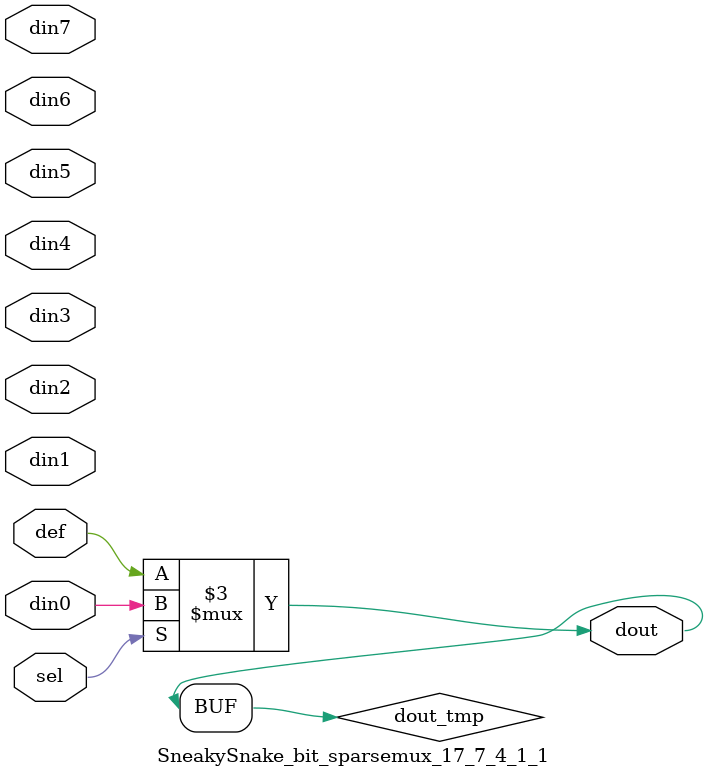
<source format=v>
`timescale 1ns / 1ps

module SneakySnake_bit_sparsemux_17_7_4_1_1 (din0,din1,din2,din3,din4,din5,din6,din7,def,sel,dout);

parameter din0_WIDTH = 1;

parameter din1_WIDTH = 1;

parameter din2_WIDTH = 1;

parameter din3_WIDTH = 1;

parameter din4_WIDTH = 1;

parameter din5_WIDTH = 1;

parameter din6_WIDTH = 1;

parameter din7_WIDTH = 1;

parameter def_WIDTH = 1;
parameter sel_WIDTH = 1;
parameter dout_WIDTH = 1;

parameter [sel_WIDTH-1:0] CASE0 = 1;

parameter [sel_WIDTH-1:0] CASE1 = 1;

parameter [sel_WIDTH-1:0] CASE2 = 1;

parameter [sel_WIDTH-1:0] CASE3 = 1;

parameter [sel_WIDTH-1:0] CASE4 = 1;

parameter [sel_WIDTH-1:0] CASE5 = 1;

parameter [sel_WIDTH-1:0] CASE6 = 1;

parameter [sel_WIDTH-1:0] CASE7 = 1;

parameter ID = 1;
parameter NUM_STAGE = 1;



input [din0_WIDTH-1:0] din0;

input [din1_WIDTH-1:0] din1;

input [din2_WIDTH-1:0] din2;

input [din3_WIDTH-1:0] din3;

input [din4_WIDTH-1:0] din4;

input [din5_WIDTH-1:0] din5;

input [din6_WIDTH-1:0] din6;

input [din7_WIDTH-1:0] din7;

input [def_WIDTH-1:0] def;
input [sel_WIDTH-1:0] sel;

output [dout_WIDTH-1:0] dout;



reg [dout_WIDTH-1:0] dout_tmp;


always @ (*) begin
(* parallel_case *) case (sel)
    
    CASE0 : dout_tmp = din0;
    
    CASE1 : dout_tmp = din1;
    
    CASE2 : dout_tmp = din2;
    
    CASE3 : dout_tmp = din3;
    
    CASE4 : dout_tmp = din4;
    
    CASE5 : dout_tmp = din5;
    
    CASE6 : dout_tmp = din6;
    
    CASE7 : dout_tmp = din7;
    
    default : dout_tmp = def;
endcase
end


assign dout = dout_tmp;



endmodule

</source>
